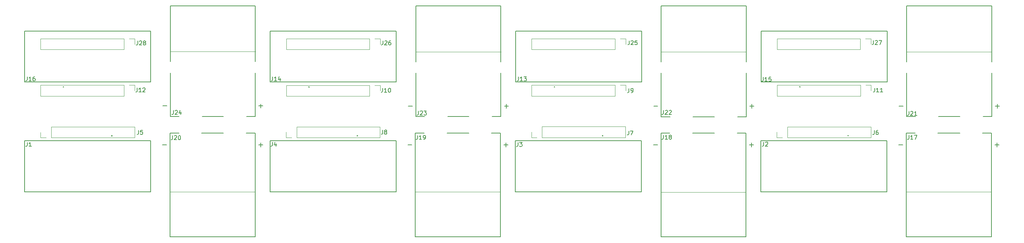
<source format=gbr>
%TF.GenerationSoftware,KiCad,Pcbnew,6.0.2+dfsg-1*%
%TF.CreationDate,2024-03-03T02:30:22+01:00*%
%TF.ProjectId,RACK_CONNECTOR_V2,5241434b-5f43-44f4-9e4e-4543544f525f,rev?*%
%TF.SameCoordinates,Original*%
%TF.FileFunction,Legend,Top*%
%TF.FilePolarity,Positive*%
%FSLAX46Y46*%
G04 Gerber Fmt 4.6, Leading zero omitted, Abs format (unit mm)*
G04 Created by KiCad (PCBNEW 6.0.2+dfsg-1) date 2024-03-03 02:30:22*
%MOMM*%
%LPD*%
G01*
G04 APERTURE LIST*
%ADD10C,0.150000*%
%ADD11C,0.120000*%
%ADD12C,0.127000*%
%ADD13C,0.200000*%
G04 APERTURE END LIST*
D10*
%TO.C,J28*%
X59530476Y-82382380D02*
X59530476Y-83096666D01*
X59482857Y-83239523D01*
X59387619Y-83334761D01*
X59244761Y-83382380D01*
X59149523Y-83382380D01*
X59959047Y-82477619D02*
X60006666Y-82430000D01*
X60101904Y-82382380D01*
X60340000Y-82382380D01*
X60435238Y-82430000D01*
X60482857Y-82477619D01*
X60530476Y-82572857D01*
X60530476Y-82668095D01*
X60482857Y-82810952D01*
X59911428Y-83382380D01*
X60530476Y-83382380D01*
X61101904Y-82810952D02*
X61006666Y-82763333D01*
X60959047Y-82715714D01*
X60911428Y-82620476D01*
X60911428Y-82572857D01*
X60959047Y-82477619D01*
X61006666Y-82430000D01*
X61101904Y-82382380D01*
X61292380Y-82382380D01*
X61387619Y-82430000D01*
X61435238Y-82477619D01*
X61482857Y-82572857D01*
X61482857Y-82620476D01*
X61435238Y-82715714D01*
X61387619Y-82763333D01*
X61292380Y-82810952D01*
X61101904Y-82810952D01*
X61006666Y-82858571D01*
X60959047Y-82906190D01*
X60911428Y-83001428D01*
X60911428Y-83191904D01*
X60959047Y-83287142D01*
X61006666Y-83334761D01*
X61101904Y-83382380D01*
X61292380Y-83382380D01*
X61387619Y-83334761D01*
X61435238Y-83287142D01*
X61482857Y-83191904D01*
X61482857Y-83001428D01*
X61435238Y-82906190D01*
X61387619Y-82858571D01*
X61292380Y-82810952D01*
%TO.C,J27*%
X239420476Y-82252380D02*
X239420476Y-82966666D01*
X239372857Y-83109523D01*
X239277619Y-83204761D01*
X239134761Y-83252380D01*
X239039523Y-83252380D01*
X239849047Y-82347619D02*
X239896666Y-82300000D01*
X239991904Y-82252380D01*
X240230000Y-82252380D01*
X240325238Y-82300000D01*
X240372857Y-82347619D01*
X240420476Y-82442857D01*
X240420476Y-82538095D01*
X240372857Y-82680952D01*
X239801428Y-83252380D01*
X240420476Y-83252380D01*
X240753809Y-82252380D02*
X241420476Y-82252380D01*
X240991904Y-83252380D01*
%TO.C,J26*%
X119490476Y-82362380D02*
X119490476Y-83076666D01*
X119442857Y-83219523D01*
X119347619Y-83314761D01*
X119204761Y-83362380D01*
X119109523Y-83362380D01*
X119919047Y-82457619D02*
X119966666Y-82410000D01*
X120061904Y-82362380D01*
X120300000Y-82362380D01*
X120395238Y-82410000D01*
X120442857Y-82457619D01*
X120490476Y-82552857D01*
X120490476Y-82648095D01*
X120442857Y-82790952D01*
X119871428Y-83362380D01*
X120490476Y-83362380D01*
X121347619Y-82362380D02*
X121157142Y-82362380D01*
X121061904Y-82410000D01*
X121014285Y-82457619D01*
X120919047Y-82600476D01*
X120871428Y-82790952D01*
X120871428Y-83171904D01*
X120919047Y-83267142D01*
X120966666Y-83314761D01*
X121061904Y-83362380D01*
X121252380Y-83362380D01*
X121347619Y-83314761D01*
X121395238Y-83267142D01*
X121442857Y-83171904D01*
X121442857Y-82933809D01*
X121395238Y-82838571D01*
X121347619Y-82790952D01*
X121252380Y-82743333D01*
X121061904Y-82743333D01*
X120966666Y-82790952D01*
X120919047Y-82838571D01*
X120871428Y-82933809D01*
%TO.C,J25*%
X179720476Y-82302380D02*
X179720476Y-83016666D01*
X179672857Y-83159523D01*
X179577619Y-83254761D01*
X179434761Y-83302380D01*
X179339523Y-83302380D01*
X180149047Y-82397619D02*
X180196666Y-82350000D01*
X180291904Y-82302380D01*
X180530000Y-82302380D01*
X180625238Y-82350000D01*
X180672857Y-82397619D01*
X180720476Y-82492857D01*
X180720476Y-82588095D01*
X180672857Y-82730952D01*
X180101428Y-83302380D01*
X180720476Y-83302380D01*
X181625238Y-82302380D02*
X181149047Y-82302380D01*
X181101428Y-82778571D01*
X181149047Y-82730952D01*
X181244285Y-82683333D01*
X181482380Y-82683333D01*
X181577619Y-82730952D01*
X181625238Y-82778571D01*
X181672857Y-82873809D01*
X181672857Y-83111904D01*
X181625238Y-83207142D01*
X181577619Y-83254761D01*
X181482380Y-83302380D01*
X181244285Y-83302380D01*
X181149047Y-83254761D01*
X181101428Y-83207142D01*
%TO.C,J24*%
X68250476Y-99402380D02*
X68250476Y-100116666D01*
X68202857Y-100259523D01*
X68107619Y-100354761D01*
X67964761Y-100402380D01*
X67869523Y-100402380D01*
X68679047Y-99497619D02*
X68726666Y-99450000D01*
X68821904Y-99402380D01*
X69060000Y-99402380D01*
X69155238Y-99450000D01*
X69202857Y-99497619D01*
X69250476Y-99592857D01*
X69250476Y-99688095D01*
X69202857Y-99830952D01*
X68631428Y-100402380D01*
X69250476Y-100402380D01*
X70107619Y-99735714D02*
X70107619Y-100402380D01*
X69869523Y-99354761D02*
X69631428Y-100069047D01*
X70250476Y-100069047D01*
%TO.C,J23*%
X128180476Y-99522380D02*
X128180476Y-100236666D01*
X128132857Y-100379523D01*
X128037619Y-100474761D01*
X127894761Y-100522380D01*
X127799523Y-100522380D01*
X128609047Y-99617619D02*
X128656666Y-99570000D01*
X128751904Y-99522380D01*
X128990000Y-99522380D01*
X129085238Y-99570000D01*
X129132857Y-99617619D01*
X129180476Y-99712857D01*
X129180476Y-99808095D01*
X129132857Y-99950952D01*
X128561428Y-100522380D01*
X129180476Y-100522380D01*
X129513809Y-99522380D02*
X130132857Y-99522380D01*
X129799523Y-99903333D01*
X129942380Y-99903333D01*
X130037619Y-99950952D01*
X130085238Y-99998571D01*
X130132857Y-100093809D01*
X130132857Y-100331904D01*
X130085238Y-100427142D01*
X130037619Y-100474761D01*
X129942380Y-100522380D01*
X129656666Y-100522380D01*
X129561428Y-100474761D01*
X129513809Y-100427142D01*
%TO.C,J22*%
X188090476Y-99382380D02*
X188090476Y-100096666D01*
X188042857Y-100239523D01*
X187947619Y-100334761D01*
X187804761Y-100382380D01*
X187709523Y-100382380D01*
X188519047Y-99477619D02*
X188566666Y-99430000D01*
X188661904Y-99382380D01*
X188900000Y-99382380D01*
X188995238Y-99430000D01*
X189042857Y-99477619D01*
X189090476Y-99572857D01*
X189090476Y-99668095D01*
X189042857Y-99810952D01*
X188471428Y-100382380D01*
X189090476Y-100382380D01*
X189471428Y-99477619D02*
X189519047Y-99430000D01*
X189614285Y-99382380D01*
X189852380Y-99382380D01*
X189947619Y-99430000D01*
X189995238Y-99477619D01*
X190042857Y-99572857D01*
X190042857Y-99668095D01*
X189995238Y-99810952D01*
X189423809Y-100382380D01*
X190042857Y-100382380D01*
%TO.C,J21*%
X248080476Y-99612380D02*
X248080476Y-100326666D01*
X248032857Y-100469523D01*
X247937619Y-100564761D01*
X247794761Y-100612380D01*
X247699523Y-100612380D01*
X248509047Y-99707619D02*
X248556666Y-99660000D01*
X248651904Y-99612380D01*
X248890000Y-99612380D01*
X248985238Y-99660000D01*
X249032857Y-99707619D01*
X249080476Y-99802857D01*
X249080476Y-99898095D01*
X249032857Y-100040952D01*
X248461428Y-100612380D01*
X249080476Y-100612380D01*
X250032857Y-100612380D02*
X249461428Y-100612380D01*
X249747142Y-100612380D02*
X249747142Y-99612380D01*
X249651904Y-99755238D01*
X249556666Y-99850476D01*
X249461428Y-99898095D01*
%TO.C,J20*%
X68070476Y-105572380D02*
X68070476Y-106286666D01*
X68022857Y-106429523D01*
X67927619Y-106524761D01*
X67784761Y-106572380D01*
X67689523Y-106572380D01*
X68499047Y-105667619D02*
X68546666Y-105620000D01*
X68641904Y-105572380D01*
X68880000Y-105572380D01*
X68975238Y-105620000D01*
X69022857Y-105667619D01*
X69070476Y-105762857D01*
X69070476Y-105858095D01*
X69022857Y-106000952D01*
X68451428Y-106572380D01*
X69070476Y-106572380D01*
X69689523Y-105572380D02*
X69784761Y-105572380D01*
X69880000Y-105620000D01*
X69927619Y-105667619D01*
X69975238Y-105762857D01*
X70022857Y-105953333D01*
X70022857Y-106191428D01*
X69975238Y-106381904D01*
X69927619Y-106477142D01*
X69880000Y-106524761D01*
X69784761Y-106572380D01*
X69689523Y-106572380D01*
X69594285Y-106524761D01*
X69546666Y-106477142D01*
X69499047Y-106381904D01*
X69451428Y-106191428D01*
X69451428Y-105953333D01*
X69499047Y-105762857D01*
X69546666Y-105667619D01*
X69594285Y-105620000D01*
X69689523Y-105572380D01*
%TO.C,J19*%
X127950476Y-105512380D02*
X127950476Y-106226666D01*
X127902857Y-106369523D01*
X127807619Y-106464761D01*
X127664761Y-106512380D01*
X127569523Y-106512380D01*
X128950476Y-106512380D02*
X128379047Y-106512380D01*
X128664761Y-106512380D02*
X128664761Y-105512380D01*
X128569523Y-105655238D01*
X128474285Y-105750476D01*
X128379047Y-105798095D01*
X129426666Y-106512380D02*
X129617142Y-106512380D01*
X129712380Y-106464761D01*
X129760000Y-106417142D01*
X129855238Y-106274285D01*
X129902857Y-106083809D01*
X129902857Y-105702857D01*
X129855238Y-105607619D01*
X129807619Y-105560000D01*
X129712380Y-105512380D01*
X129521904Y-105512380D01*
X129426666Y-105560000D01*
X129379047Y-105607619D01*
X129331428Y-105702857D01*
X129331428Y-105940952D01*
X129379047Y-106036190D01*
X129426666Y-106083809D01*
X129521904Y-106131428D01*
X129712380Y-106131428D01*
X129807619Y-106083809D01*
X129855238Y-106036190D01*
X129902857Y-105940952D01*
%TO.C,J18*%
X188090476Y-105432380D02*
X188090476Y-106146666D01*
X188042857Y-106289523D01*
X187947619Y-106384761D01*
X187804761Y-106432380D01*
X187709523Y-106432380D01*
X189090476Y-106432380D02*
X188519047Y-106432380D01*
X188804761Y-106432380D02*
X188804761Y-105432380D01*
X188709523Y-105575238D01*
X188614285Y-105670476D01*
X188519047Y-105718095D01*
X189661904Y-105860952D02*
X189566666Y-105813333D01*
X189519047Y-105765714D01*
X189471428Y-105670476D01*
X189471428Y-105622857D01*
X189519047Y-105527619D01*
X189566666Y-105480000D01*
X189661904Y-105432380D01*
X189852380Y-105432380D01*
X189947619Y-105480000D01*
X189995238Y-105527619D01*
X190042857Y-105622857D01*
X190042857Y-105670476D01*
X189995238Y-105765714D01*
X189947619Y-105813333D01*
X189852380Y-105860952D01*
X189661904Y-105860952D01*
X189566666Y-105908571D01*
X189519047Y-105956190D01*
X189471428Y-106051428D01*
X189471428Y-106241904D01*
X189519047Y-106337142D01*
X189566666Y-106384761D01*
X189661904Y-106432380D01*
X189852380Y-106432380D01*
X189947619Y-106384761D01*
X189995238Y-106337142D01*
X190042857Y-106241904D01*
X190042857Y-106051428D01*
X189995238Y-105956190D01*
X189947619Y-105908571D01*
X189852380Y-105860952D01*
%TO.C,J17*%
X248080476Y-105492380D02*
X248080476Y-106206666D01*
X248032857Y-106349523D01*
X247937619Y-106444761D01*
X247794761Y-106492380D01*
X247699523Y-106492380D01*
X249080476Y-106492380D02*
X248509047Y-106492380D01*
X248794761Y-106492380D02*
X248794761Y-105492380D01*
X248699523Y-105635238D01*
X248604285Y-105730476D01*
X248509047Y-105778095D01*
X249413809Y-105492380D02*
X250080476Y-105492380D01*
X249651904Y-106492380D01*
%TO.C,J16*%
X32520476Y-91152380D02*
X32520476Y-91866666D01*
X32472857Y-92009523D01*
X32377619Y-92104761D01*
X32234761Y-92152380D01*
X32139523Y-92152380D01*
X33520476Y-92152380D02*
X32949047Y-92152380D01*
X33234761Y-92152380D02*
X33234761Y-91152380D01*
X33139523Y-91295238D01*
X33044285Y-91390476D01*
X32949047Y-91438095D01*
X34377619Y-91152380D02*
X34187142Y-91152380D01*
X34091904Y-91200000D01*
X34044285Y-91247619D01*
X33949047Y-91390476D01*
X33901428Y-91580952D01*
X33901428Y-91961904D01*
X33949047Y-92057142D01*
X33996666Y-92104761D01*
X34091904Y-92152380D01*
X34282380Y-92152380D01*
X34377619Y-92104761D01*
X34425238Y-92057142D01*
X34472857Y-91961904D01*
X34472857Y-91723809D01*
X34425238Y-91628571D01*
X34377619Y-91580952D01*
X34282380Y-91533333D01*
X34091904Y-91533333D01*
X33996666Y-91580952D01*
X33949047Y-91628571D01*
X33901428Y-91723809D01*
%TO.C,J15*%
X212470476Y-91272380D02*
X212470476Y-91986666D01*
X212422857Y-92129523D01*
X212327619Y-92224761D01*
X212184761Y-92272380D01*
X212089523Y-92272380D01*
X213470476Y-92272380D02*
X212899047Y-92272380D01*
X213184761Y-92272380D02*
X213184761Y-91272380D01*
X213089523Y-91415238D01*
X212994285Y-91510476D01*
X212899047Y-91558095D01*
X214375238Y-91272380D02*
X213899047Y-91272380D01*
X213851428Y-91748571D01*
X213899047Y-91700952D01*
X213994285Y-91653333D01*
X214232380Y-91653333D01*
X214327619Y-91700952D01*
X214375238Y-91748571D01*
X214422857Y-91843809D01*
X214422857Y-92081904D01*
X214375238Y-92177142D01*
X214327619Y-92224761D01*
X214232380Y-92272380D01*
X213994285Y-92272380D01*
X213899047Y-92224761D01*
X213851428Y-92177142D01*
%TO.C,J14*%
X92520476Y-91122380D02*
X92520476Y-91836666D01*
X92472857Y-91979523D01*
X92377619Y-92074761D01*
X92234761Y-92122380D01*
X92139523Y-92122380D01*
X93520476Y-92122380D02*
X92949047Y-92122380D01*
X93234761Y-92122380D02*
X93234761Y-91122380D01*
X93139523Y-91265238D01*
X93044285Y-91360476D01*
X92949047Y-91408095D01*
X94377619Y-91455714D02*
X94377619Y-92122380D01*
X94139523Y-91074761D02*
X93901428Y-91789047D01*
X94520476Y-91789047D01*
%TO.C,J13*%
X152630476Y-91182380D02*
X152630476Y-91896666D01*
X152582857Y-92039523D01*
X152487619Y-92134761D01*
X152344761Y-92182380D01*
X152249523Y-92182380D01*
X153630476Y-92182380D02*
X153059047Y-92182380D01*
X153344761Y-92182380D02*
X153344761Y-91182380D01*
X153249523Y-91325238D01*
X153154285Y-91420476D01*
X153059047Y-91468095D01*
X153963809Y-91182380D02*
X154582857Y-91182380D01*
X154249523Y-91563333D01*
X154392380Y-91563333D01*
X154487619Y-91610952D01*
X154535238Y-91658571D01*
X154582857Y-91753809D01*
X154582857Y-91991904D01*
X154535238Y-92087142D01*
X154487619Y-92134761D01*
X154392380Y-92182380D01*
X154106666Y-92182380D01*
X154011428Y-92134761D01*
X153963809Y-92087142D01*
%TO.C,J12*%
X59410476Y-93892380D02*
X59410476Y-94606666D01*
X59362857Y-94749523D01*
X59267619Y-94844761D01*
X59124761Y-94892380D01*
X59029523Y-94892380D01*
X60410476Y-94892380D02*
X59839047Y-94892380D01*
X60124761Y-94892380D02*
X60124761Y-93892380D01*
X60029523Y-94035238D01*
X59934285Y-94130476D01*
X59839047Y-94178095D01*
X60791428Y-93987619D02*
X60839047Y-93940000D01*
X60934285Y-93892380D01*
X61172380Y-93892380D01*
X61267619Y-93940000D01*
X61315238Y-93987619D01*
X61362857Y-94082857D01*
X61362857Y-94178095D01*
X61315238Y-94320952D01*
X60743809Y-94892380D01*
X61362857Y-94892380D01*
%TO.C,J11*%
X239740476Y-93912380D02*
X239740476Y-94626666D01*
X239692857Y-94769523D01*
X239597619Y-94864761D01*
X239454761Y-94912380D01*
X239359523Y-94912380D01*
X240740476Y-94912380D02*
X240169047Y-94912380D01*
X240454761Y-94912380D02*
X240454761Y-93912380D01*
X240359523Y-94055238D01*
X240264285Y-94150476D01*
X240169047Y-94198095D01*
X241692857Y-94912380D02*
X241121428Y-94912380D01*
X241407142Y-94912380D02*
X241407142Y-93912380D01*
X241311904Y-94055238D01*
X241216666Y-94150476D01*
X241121428Y-94198095D01*
%TO.C,J10*%
X119430476Y-93942380D02*
X119430476Y-94656666D01*
X119382857Y-94799523D01*
X119287619Y-94894761D01*
X119144761Y-94942380D01*
X119049523Y-94942380D01*
X120430476Y-94942380D02*
X119859047Y-94942380D01*
X120144761Y-94942380D02*
X120144761Y-93942380D01*
X120049523Y-94085238D01*
X119954285Y-94180476D01*
X119859047Y-94228095D01*
X121049523Y-93942380D02*
X121144761Y-93942380D01*
X121240000Y-93990000D01*
X121287619Y-94037619D01*
X121335238Y-94132857D01*
X121382857Y-94323333D01*
X121382857Y-94561428D01*
X121335238Y-94751904D01*
X121287619Y-94847142D01*
X121240000Y-94894761D01*
X121144761Y-94942380D01*
X121049523Y-94942380D01*
X120954285Y-94894761D01*
X120906666Y-94847142D01*
X120859047Y-94751904D01*
X120811428Y-94561428D01*
X120811428Y-94323333D01*
X120859047Y-94132857D01*
X120906666Y-94037619D01*
X120954285Y-93990000D01*
X121049523Y-93942380D01*
%TO.C,J9*%
X179666666Y-94002380D02*
X179666666Y-94716666D01*
X179619047Y-94859523D01*
X179523809Y-94954761D01*
X179380952Y-95002380D01*
X179285714Y-95002380D01*
X180190476Y-95002380D02*
X180380952Y-95002380D01*
X180476190Y-94954761D01*
X180523809Y-94907142D01*
X180619047Y-94764285D01*
X180666666Y-94573809D01*
X180666666Y-94192857D01*
X180619047Y-94097619D01*
X180571428Y-94050000D01*
X180476190Y-94002380D01*
X180285714Y-94002380D01*
X180190476Y-94050000D01*
X180142857Y-94097619D01*
X180095238Y-94192857D01*
X180095238Y-94430952D01*
X180142857Y-94526190D01*
X180190476Y-94573809D01*
X180285714Y-94621428D01*
X180476190Y-94621428D01*
X180571428Y-94573809D01*
X180619047Y-94526190D01*
X180666666Y-94430952D01*
%TO.C,J8*%
X119436666Y-104222380D02*
X119436666Y-104936666D01*
X119389047Y-105079523D01*
X119293809Y-105174761D01*
X119150952Y-105222380D01*
X119055714Y-105222380D01*
X120055714Y-104650952D02*
X119960476Y-104603333D01*
X119912857Y-104555714D01*
X119865238Y-104460476D01*
X119865238Y-104412857D01*
X119912857Y-104317619D01*
X119960476Y-104270000D01*
X120055714Y-104222380D01*
X120246190Y-104222380D01*
X120341428Y-104270000D01*
X120389047Y-104317619D01*
X120436666Y-104412857D01*
X120436666Y-104460476D01*
X120389047Y-104555714D01*
X120341428Y-104603333D01*
X120246190Y-104650952D01*
X120055714Y-104650952D01*
X119960476Y-104698571D01*
X119912857Y-104746190D01*
X119865238Y-104841428D01*
X119865238Y-105031904D01*
X119912857Y-105127142D01*
X119960476Y-105174761D01*
X120055714Y-105222380D01*
X120246190Y-105222380D01*
X120341428Y-105174761D01*
X120389047Y-105127142D01*
X120436666Y-105031904D01*
X120436666Y-104841428D01*
X120389047Y-104746190D01*
X120341428Y-104698571D01*
X120246190Y-104650952D01*
%TO.C,J7*%
X179606666Y-104402380D02*
X179606666Y-105116666D01*
X179559047Y-105259523D01*
X179463809Y-105354761D01*
X179320952Y-105402380D01*
X179225714Y-105402380D01*
X179987619Y-104402380D02*
X180654285Y-104402380D01*
X180225714Y-105402380D01*
%TO.C,J6*%
X239626666Y-104312380D02*
X239626666Y-105026666D01*
X239579047Y-105169523D01*
X239483809Y-105264761D01*
X239340952Y-105312380D01*
X239245714Y-105312380D01*
X240531428Y-104312380D02*
X240340952Y-104312380D01*
X240245714Y-104360000D01*
X240198095Y-104407619D01*
X240102857Y-104550476D01*
X240055238Y-104740952D01*
X240055238Y-105121904D01*
X240102857Y-105217142D01*
X240150476Y-105264761D01*
X240245714Y-105312380D01*
X240436190Y-105312380D01*
X240531428Y-105264761D01*
X240579047Y-105217142D01*
X240626666Y-105121904D01*
X240626666Y-104883809D01*
X240579047Y-104788571D01*
X240531428Y-104740952D01*
X240436190Y-104693333D01*
X240245714Y-104693333D01*
X240150476Y-104740952D01*
X240102857Y-104788571D01*
X240055238Y-104883809D01*
%TO.C,J5*%
X59766666Y-104252380D02*
X59766666Y-104966666D01*
X59719047Y-105109523D01*
X59623809Y-105204761D01*
X59480952Y-105252380D01*
X59385714Y-105252380D01*
X60719047Y-104252380D02*
X60242857Y-104252380D01*
X60195238Y-104728571D01*
X60242857Y-104680952D01*
X60338095Y-104633333D01*
X60576190Y-104633333D01*
X60671428Y-104680952D01*
X60719047Y-104728571D01*
X60766666Y-104823809D01*
X60766666Y-105061904D01*
X60719047Y-105157142D01*
X60671428Y-105204761D01*
X60576190Y-105252380D01*
X60338095Y-105252380D01*
X60242857Y-105204761D01*
X60195238Y-105157142D01*
%TO.C,J4*%
X92466666Y-107162380D02*
X92466666Y-107876666D01*
X92419047Y-108019523D01*
X92323809Y-108114761D01*
X92180952Y-108162380D01*
X92085714Y-108162380D01*
X93371428Y-107495714D02*
X93371428Y-108162380D01*
X93133333Y-107114761D02*
X92895238Y-107829047D01*
X93514285Y-107829047D01*
%TO.C,J3*%
X152516666Y-107222380D02*
X152516666Y-107936666D01*
X152469047Y-108079523D01*
X152373809Y-108174761D01*
X152230952Y-108222380D01*
X152135714Y-108222380D01*
X152897619Y-107222380D02*
X153516666Y-107222380D01*
X153183333Y-107603333D01*
X153326190Y-107603333D01*
X153421428Y-107650952D01*
X153469047Y-107698571D01*
X153516666Y-107793809D01*
X153516666Y-108031904D01*
X153469047Y-108127142D01*
X153421428Y-108174761D01*
X153326190Y-108222380D01*
X153040476Y-108222380D01*
X152945238Y-108174761D01*
X152897619Y-108127142D01*
%TO.C,J2*%
X212596666Y-107132380D02*
X212596666Y-107846666D01*
X212549047Y-107989523D01*
X212453809Y-108084761D01*
X212310952Y-108132380D01*
X212215714Y-108132380D01*
X213025238Y-107227619D02*
X213072857Y-107180000D01*
X213168095Y-107132380D01*
X213406190Y-107132380D01*
X213501428Y-107180000D01*
X213549047Y-107227619D01*
X213596666Y-107322857D01*
X213596666Y-107418095D01*
X213549047Y-107560952D01*
X212977619Y-108132380D01*
X213596666Y-108132380D01*
%TO.C,J1*%
X32546666Y-107192380D02*
X32546666Y-107906666D01*
X32499047Y-108049523D01*
X32403809Y-108144761D01*
X32260952Y-108192380D01*
X32165714Y-108192380D01*
X33546666Y-108192380D02*
X32975238Y-108192380D01*
X33260952Y-108192380D02*
X33260952Y-107192380D01*
X33165714Y-107335238D01*
X33070476Y-107430476D01*
X32975238Y-107478095D01*
D11*
%TO.C,J28*%
X57460000Y-81820000D02*
X58790000Y-81820000D01*
X56190000Y-81820000D02*
X35810000Y-81820000D01*
X56190000Y-84480000D02*
X35810000Y-84480000D01*
X56190000Y-81820000D02*
X56190000Y-84480000D01*
X35810000Y-81820000D02*
X35810000Y-84480000D01*
X58790000Y-81820000D02*
X58790000Y-83150000D01*
%TO.C,J27*%
X238820000Y-81810000D02*
X238820000Y-83140000D01*
X215840000Y-81810000D02*
X215840000Y-84470000D01*
X236220000Y-81810000D02*
X236220000Y-84470000D01*
X236220000Y-84470000D02*
X215840000Y-84470000D01*
X236220000Y-81810000D02*
X215840000Y-81810000D01*
X237490000Y-81810000D02*
X238820000Y-81810000D01*
%TO.C,J26*%
X117500000Y-81820000D02*
X118830000Y-81820000D01*
X116230000Y-81820000D02*
X95850000Y-81820000D01*
X116230000Y-84480000D02*
X95850000Y-84480000D01*
X116230000Y-81820000D02*
X116230000Y-84480000D01*
X95850000Y-81820000D02*
X95850000Y-84480000D01*
X118830000Y-81820000D02*
X118830000Y-83150000D01*
%TO.C,J25*%
X177500000Y-81820000D02*
X178830000Y-81820000D01*
X176230000Y-81820000D02*
X155850000Y-81820000D01*
X176230000Y-84480000D02*
X155850000Y-84480000D01*
X176230000Y-81820000D02*
X176230000Y-84480000D01*
X155850000Y-81820000D02*
X155850000Y-84480000D01*
X178830000Y-81820000D02*
X178830000Y-83150000D01*
D12*
%TO.C,J24*%
X89150000Y-98300000D02*
X90150000Y-98300000D01*
X80500000Y-100900000D02*
X75300000Y-100900000D01*
X86150000Y-100900000D02*
X88300000Y-100900000D01*
X66650000Y-98300000D02*
X65650000Y-98300000D01*
X88300000Y-73800000D02*
X67500000Y-73800000D01*
X67500000Y-73800000D02*
X67500000Y-87450000D01*
X67500000Y-90200000D02*
X67500000Y-100900000D01*
X88300000Y-100900000D02*
X88300000Y-90200000D01*
X88300000Y-87450000D02*
X88300000Y-73800000D01*
D11*
X88314000Y-84990000D02*
X67486000Y-84990000D01*
D12*
X67500000Y-100900000D02*
X69650000Y-100900000D01*
X89650000Y-97800000D02*
X89650000Y-98800000D01*
%TO.C,J23*%
X149690000Y-97820000D02*
X149690000Y-98820000D01*
X127540000Y-100920000D02*
X129690000Y-100920000D01*
D11*
X148354000Y-85010000D02*
X127526000Y-85010000D01*
D12*
X148340000Y-87470000D02*
X148340000Y-73820000D01*
X148340000Y-100920000D02*
X148340000Y-90220000D01*
X127540000Y-90220000D02*
X127540000Y-100920000D01*
X127540000Y-73820000D02*
X127540000Y-87470000D01*
X148340000Y-73820000D02*
X127540000Y-73820000D01*
X126690000Y-98320000D02*
X125690000Y-98320000D01*
X146190000Y-100920000D02*
X148340000Y-100920000D01*
X140540000Y-100920000D02*
X135340000Y-100920000D01*
X149190000Y-98320000D02*
X150190000Y-98320000D01*
%TO.C,J22*%
X209680000Y-97830000D02*
X209680000Y-98830000D01*
X187530000Y-100930000D02*
X189680000Y-100930000D01*
D11*
X208344000Y-85020000D02*
X187516000Y-85020000D01*
D12*
X208330000Y-87480000D02*
X208330000Y-73830000D01*
X208330000Y-100930000D02*
X208330000Y-90230000D01*
X187530000Y-90230000D02*
X187530000Y-100930000D01*
X187530000Y-73830000D02*
X187530000Y-87480000D01*
X208330000Y-73830000D02*
X187530000Y-73830000D01*
X186680000Y-98330000D02*
X185680000Y-98330000D01*
X206180000Y-100930000D02*
X208330000Y-100930000D01*
X200530000Y-100930000D02*
X195330000Y-100930000D01*
X209180000Y-98330000D02*
X210180000Y-98330000D01*
%TO.C,J21*%
X269700000Y-97820000D02*
X269700000Y-98820000D01*
X247550000Y-100920000D02*
X249700000Y-100920000D01*
D11*
X268364000Y-85010000D02*
X247536000Y-85010000D01*
D12*
X268350000Y-87470000D02*
X268350000Y-73820000D01*
X268350000Y-100920000D02*
X268350000Y-90220000D01*
X247550000Y-90220000D02*
X247550000Y-100920000D01*
X247550000Y-73820000D02*
X247550000Y-87470000D01*
X268350000Y-73820000D02*
X247550000Y-73820000D01*
X246700000Y-98320000D02*
X245700000Y-98320000D01*
X266200000Y-100920000D02*
X268350000Y-100920000D01*
X260550000Y-100920000D02*
X255350000Y-100920000D01*
X269200000Y-98320000D02*
X270200000Y-98320000D01*
%TO.C,J20*%
X86078000Y-104980000D02*
X88250000Y-104980000D01*
X67450000Y-104980000D02*
X67450000Y-114960000D01*
D11*
X88250000Y-130380000D02*
X88264000Y-119374000D01*
X88264000Y-119374000D02*
X67436000Y-119374000D01*
D12*
X88250000Y-114960000D02*
X88250000Y-130380000D01*
X89600000Y-108330000D02*
X89600000Y-107330000D01*
X66600000Y-107830000D02*
X65600000Y-107830000D01*
X89100000Y-107830000D02*
X90100000Y-107830000D01*
X88250000Y-130380000D02*
X67450000Y-130380000D01*
X67450000Y-130380000D02*
X67450000Y-114960000D01*
X67450000Y-104980000D02*
X69622000Y-104980000D01*
X88250000Y-104980000D02*
X88250000Y-114960000D01*
X80522000Y-104980000D02*
X75178000Y-104980000D01*
%TO.C,J19*%
X146048000Y-104980000D02*
X148220000Y-104980000D01*
X127420000Y-104980000D02*
X127420000Y-114960000D01*
D11*
X148220000Y-130380000D02*
X148234000Y-119374000D01*
X148234000Y-119374000D02*
X127406000Y-119374000D01*
D12*
X148220000Y-114960000D02*
X148220000Y-130380000D01*
X149570000Y-108330000D02*
X149570000Y-107330000D01*
X126570000Y-107830000D02*
X125570000Y-107830000D01*
X149070000Y-107830000D02*
X150070000Y-107830000D01*
X148220000Y-130380000D02*
X127420000Y-130380000D01*
X127420000Y-130380000D02*
X127420000Y-114960000D01*
X127420000Y-104980000D02*
X129592000Y-104980000D01*
X148220000Y-104980000D02*
X148220000Y-114960000D01*
X140492000Y-104980000D02*
X135148000Y-104980000D01*
%TO.C,J18*%
X206088000Y-104990000D02*
X208260000Y-104990000D01*
X187460000Y-104990000D02*
X187460000Y-114970000D01*
D11*
X208260000Y-130390000D02*
X208274000Y-119384000D01*
X208274000Y-119384000D02*
X187446000Y-119384000D01*
D12*
X208260000Y-114970000D02*
X208260000Y-130390000D01*
X209610000Y-108340000D02*
X209610000Y-107340000D01*
X186610000Y-107840000D02*
X185610000Y-107840000D01*
X209110000Y-107840000D02*
X210110000Y-107840000D01*
X208260000Y-130390000D02*
X187460000Y-130390000D01*
X187460000Y-130390000D02*
X187460000Y-114970000D01*
X187460000Y-104990000D02*
X189632000Y-104990000D01*
X208260000Y-104990000D02*
X208260000Y-114970000D01*
X200532000Y-104990000D02*
X195188000Y-104990000D01*
%TO.C,J17*%
X266088000Y-104980000D02*
X268260000Y-104980000D01*
X247460000Y-104980000D02*
X247460000Y-114960000D01*
D11*
X268260000Y-130380000D02*
X268274000Y-119374000D01*
X268274000Y-119374000D02*
X247446000Y-119374000D01*
D12*
X268260000Y-114960000D02*
X268260000Y-130380000D01*
X269610000Y-108330000D02*
X269610000Y-107330000D01*
X246610000Y-107830000D02*
X245610000Y-107830000D01*
X269110000Y-107830000D02*
X270110000Y-107830000D01*
X268260000Y-130380000D02*
X247460000Y-130380000D01*
X247460000Y-130380000D02*
X247460000Y-114960000D01*
X247460000Y-104980000D02*
X249632000Y-104980000D01*
X268260000Y-104980000D02*
X268260000Y-114960000D01*
X260532000Y-104980000D02*
X255188000Y-104980000D01*
%TO.C,J16*%
X31900000Y-79940000D02*
X31900000Y-92440000D01*
X31900000Y-92440000D02*
X62710000Y-92440000D01*
X62710000Y-92440000D02*
X62710000Y-79940000D01*
X62710000Y-79940000D02*
X31900000Y-79940000D01*
D13*
X41485000Y-93640000D02*
G75*
G03*
X41485000Y-93640000I-100000J0D01*
G01*
%TO.C,J15*%
X221520000Y-93640000D02*
G75*
G03*
X221520000Y-93640000I-100000J0D01*
G01*
D12*
X242745000Y-79940000D02*
X211935000Y-79940000D01*
X242745000Y-92440000D02*
X242745000Y-79940000D01*
X211935000Y-92440000D02*
X242745000Y-92440000D01*
X211935000Y-79940000D02*
X211935000Y-92440000D01*
D13*
%TO.C,J14*%
X101520000Y-93650000D02*
G75*
G03*
X101520000Y-93650000I-100000J0D01*
G01*
D12*
X122745000Y-79950000D02*
X91935000Y-79950000D01*
X122745000Y-92450000D02*
X122745000Y-79950000D01*
X91935000Y-92450000D02*
X122745000Y-92450000D01*
X91935000Y-79950000D02*
X91935000Y-92450000D01*
D13*
%TO.C,J13*%
X161520000Y-93650000D02*
G75*
G03*
X161520000Y-93650000I-100000J0D01*
G01*
D12*
X182745000Y-79950000D02*
X151935000Y-79950000D01*
X182745000Y-92450000D02*
X182745000Y-79950000D01*
X151935000Y-92450000D02*
X182745000Y-92450000D01*
X151935000Y-79950000D02*
X151935000Y-92450000D01*
D11*
%TO.C,J12*%
X58790000Y-93210000D02*
X58790000Y-94540000D01*
X35810000Y-93210000D02*
X35810000Y-95870000D01*
X56190000Y-93210000D02*
X56190000Y-95870000D01*
X56190000Y-95870000D02*
X35810000Y-95870000D01*
X56190000Y-93210000D02*
X35810000Y-93210000D01*
X57460000Y-93210000D02*
X58790000Y-93210000D01*
%TO.C,J11*%
X237500000Y-93220000D02*
X238830000Y-93220000D01*
X236230000Y-93220000D02*
X215850000Y-93220000D01*
X236230000Y-95880000D02*
X215850000Y-95880000D01*
X236230000Y-93220000D02*
X236230000Y-95880000D01*
X215850000Y-93220000D02*
X215850000Y-95880000D01*
X238830000Y-93220000D02*
X238830000Y-94550000D01*
%TO.C,J10*%
X118830000Y-93230000D02*
X118830000Y-94560000D01*
X95850000Y-93230000D02*
X95850000Y-95890000D01*
X116230000Y-93230000D02*
X116230000Y-95890000D01*
X116230000Y-95890000D02*
X95850000Y-95890000D01*
X116230000Y-93230000D02*
X95850000Y-93230000D01*
X117500000Y-93230000D02*
X118830000Y-93230000D01*
%TO.C,J9*%
X178830000Y-93220000D02*
X178830000Y-94550000D01*
X155850000Y-93220000D02*
X155850000Y-95880000D01*
X176230000Y-93220000D02*
X176230000Y-95880000D01*
X176230000Y-95880000D02*
X155850000Y-95880000D01*
X176230000Y-93220000D02*
X155850000Y-93220000D01*
X177500000Y-93220000D02*
X178830000Y-93220000D01*
%TO.C,J8*%
X95800000Y-106050000D02*
X95800000Y-104720000D01*
X118780000Y-106050000D02*
X118780000Y-103390000D01*
X98400000Y-106050000D02*
X98400000Y-103390000D01*
X98400000Y-103390000D02*
X118780000Y-103390000D01*
X98400000Y-106050000D02*
X118780000Y-106050000D01*
X97130000Y-106050000D02*
X95800000Y-106050000D01*
%TO.C,J7*%
X155800000Y-106040000D02*
X155800000Y-104710000D01*
X178780000Y-106040000D02*
X178780000Y-103380000D01*
X158400000Y-106040000D02*
X158400000Y-103380000D01*
X158400000Y-103380000D02*
X178780000Y-103380000D01*
X158400000Y-106040000D02*
X178780000Y-106040000D01*
X157130000Y-106040000D02*
X155800000Y-106040000D01*
%TO.C,J6*%
X215800000Y-106050000D02*
X215800000Y-104720000D01*
X238780000Y-106050000D02*
X238780000Y-103390000D01*
X218400000Y-106050000D02*
X218400000Y-103390000D01*
X218400000Y-103390000D02*
X238780000Y-103390000D01*
X218400000Y-106050000D02*
X238780000Y-106050000D01*
X217130000Y-106050000D02*
X215800000Y-106050000D01*
%TO.C,J5*%
X35800000Y-106070000D02*
X35800000Y-104740000D01*
X58780000Y-106070000D02*
X58780000Y-103410000D01*
X38400000Y-106070000D02*
X38400000Y-103410000D01*
X38400000Y-103410000D02*
X58780000Y-103410000D01*
X38400000Y-106070000D02*
X58780000Y-106070000D01*
X37130000Y-106070000D02*
X35800000Y-106070000D01*
D13*
%TO.C,J4*%
X113320000Y-105600000D02*
G75*
G03*
X113320000Y-105600000I-100000J0D01*
G01*
D12*
X91895000Y-119300000D02*
X122705000Y-119300000D01*
X91895000Y-106800000D02*
X91895000Y-119300000D01*
X122705000Y-106800000D02*
X91895000Y-106800000D01*
X122705000Y-119300000D02*
X122705000Y-106800000D01*
%TO.C,J3*%
X182705000Y-119300000D02*
X182705000Y-106800000D01*
X182705000Y-106800000D02*
X151895000Y-106800000D01*
X151895000Y-106800000D02*
X151895000Y-119300000D01*
X151895000Y-119300000D02*
X182705000Y-119300000D01*
D13*
X173320000Y-105600000D02*
G75*
G03*
X173320000Y-105600000I-100000J0D01*
G01*
%TO.C,J2*%
X233320000Y-105600000D02*
G75*
G03*
X233320000Y-105600000I-100000J0D01*
G01*
D12*
X211895000Y-119300000D02*
X242705000Y-119300000D01*
X211895000Y-106800000D02*
X211895000Y-119300000D01*
X242705000Y-106800000D02*
X211895000Y-106800000D01*
X242705000Y-119300000D02*
X242705000Y-106800000D01*
D13*
%TO.C,J1*%
X53320000Y-105630000D02*
G75*
G03*
X53320000Y-105630000I-100000J0D01*
G01*
D12*
X31895000Y-119330000D02*
X62705000Y-119330000D01*
X31895000Y-106830000D02*
X31895000Y-119330000D01*
X62705000Y-106830000D02*
X31895000Y-106830000D01*
X62705000Y-119330000D02*
X62705000Y-106830000D01*
%TD*%
M02*

</source>
